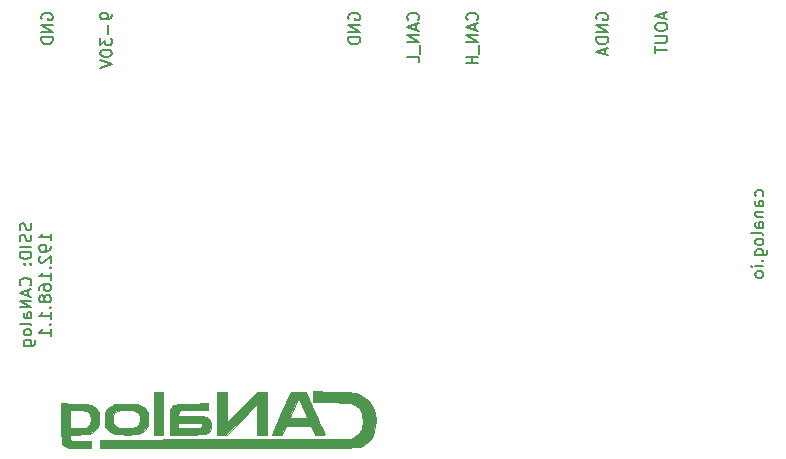
<source format=gbr>
%TF.GenerationSoftware,KiCad,Pcbnew,5.1.10*%
%TF.CreationDate,2021-05-04T20:33:21-04:00*%
%TF.ProjectId,CANalog,43414e61-6c6f-4672-9e6b-696361645f70,rev?*%
%TF.SameCoordinates,PX5b8d800PY848f8c0*%
%TF.FileFunction,Legend,Bot*%
%TF.FilePolarity,Positive*%
%FSLAX46Y46*%
G04 Gerber Fmt 4.6, Leading zero omitted, Abs format (unit mm)*
G04 Created by KiCad (PCBNEW 5.1.10) date 2021-05-04 20:33:21*
%MOMM*%
%LPD*%
G01*
G04 APERTURE LIST*
%ADD10C,0.150000*%
%ADD11C,0.010000*%
G04 APERTURE END LIST*
D10*
X-63720239Y-24834523D02*
X-63672620Y-24977380D01*
X-63672620Y-25215476D01*
X-63720239Y-25310714D01*
X-63767858Y-25358333D01*
X-63863096Y-25405952D01*
X-63958334Y-25405952D01*
X-64053572Y-25358333D01*
X-64101191Y-25310714D01*
X-64148810Y-25215476D01*
X-64196429Y-25025000D01*
X-64244048Y-24929761D01*
X-64291667Y-24882142D01*
X-64386905Y-24834523D01*
X-64482143Y-24834523D01*
X-64577381Y-24882142D01*
X-64625000Y-24929761D01*
X-64672620Y-25025000D01*
X-64672620Y-25263095D01*
X-64625000Y-25405952D01*
X-63720239Y-25786904D02*
X-63672620Y-25929761D01*
X-63672620Y-26167857D01*
X-63720239Y-26263095D01*
X-63767858Y-26310714D01*
X-63863096Y-26358333D01*
X-63958334Y-26358333D01*
X-64053572Y-26310714D01*
X-64101191Y-26263095D01*
X-64148810Y-26167857D01*
X-64196429Y-25977380D01*
X-64244048Y-25882142D01*
X-64291667Y-25834523D01*
X-64386905Y-25786904D01*
X-64482143Y-25786904D01*
X-64577381Y-25834523D01*
X-64625000Y-25882142D01*
X-64672620Y-25977380D01*
X-64672620Y-26215476D01*
X-64625000Y-26358333D01*
X-63672620Y-26786904D02*
X-64672620Y-26786904D01*
X-63672620Y-27263095D02*
X-64672620Y-27263095D01*
X-64672620Y-27501190D01*
X-64625000Y-27644047D01*
X-64529762Y-27739285D01*
X-64434524Y-27786904D01*
X-64244048Y-27834523D01*
X-64101191Y-27834523D01*
X-63910715Y-27786904D01*
X-63815477Y-27739285D01*
X-63720239Y-27644047D01*
X-63672620Y-27501190D01*
X-63672620Y-27263095D01*
X-63767858Y-28263095D02*
X-63720239Y-28310714D01*
X-63672620Y-28263095D01*
X-63720239Y-28215476D01*
X-63767858Y-28263095D01*
X-63672620Y-28263095D01*
X-64291667Y-28263095D02*
X-64244048Y-28310714D01*
X-64196429Y-28263095D01*
X-64244048Y-28215476D01*
X-64291667Y-28263095D01*
X-64196429Y-28263095D01*
X-63767858Y-30072619D02*
X-63720239Y-30025000D01*
X-63672620Y-29882142D01*
X-63672620Y-29786904D01*
X-63720239Y-29644047D01*
X-63815477Y-29548809D01*
X-63910715Y-29501190D01*
X-64101191Y-29453571D01*
X-64244048Y-29453571D01*
X-64434524Y-29501190D01*
X-64529762Y-29548809D01*
X-64625000Y-29644047D01*
X-64672620Y-29786904D01*
X-64672620Y-29882142D01*
X-64625000Y-30025000D01*
X-64577381Y-30072619D01*
X-63958334Y-30453571D02*
X-63958334Y-30929761D01*
X-63672620Y-30358333D02*
X-64672620Y-30691666D01*
X-63672620Y-31025000D01*
X-63672620Y-31358333D02*
X-64672620Y-31358333D01*
X-63672620Y-31929761D01*
X-64672620Y-31929761D01*
X-63672620Y-32834523D02*
X-64196429Y-32834523D01*
X-64291667Y-32786904D01*
X-64339286Y-32691666D01*
X-64339286Y-32501190D01*
X-64291667Y-32405952D01*
X-63720239Y-32834523D02*
X-63672620Y-32739285D01*
X-63672620Y-32501190D01*
X-63720239Y-32405952D01*
X-63815477Y-32358333D01*
X-63910715Y-32358333D01*
X-64005953Y-32405952D01*
X-64053572Y-32501190D01*
X-64053572Y-32739285D01*
X-64101191Y-32834523D01*
X-63672620Y-33453571D02*
X-63720239Y-33358333D01*
X-63815477Y-33310714D01*
X-64672620Y-33310714D01*
X-63672620Y-33977380D02*
X-63720239Y-33882142D01*
X-63767858Y-33834523D01*
X-63863096Y-33786904D01*
X-64148810Y-33786904D01*
X-64244048Y-33834523D01*
X-64291667Y-33882142D01*
X-64339286Y-33977380D01*
X-64339286Y-34120238D01*
X-64291667Y-34215476D01*
X-64244048Y-34263095D01*
X-64148810Y-34310714D01*
X-63863096Y-34310714D01*
X-63767858Y-34263095D01*
X-63720239Y-34215476D01*
X-63672620Y-34120238D01*
X-63672620Y-33977380D01*
X-64339286Y-35167857D02*
X-63529762Y-35167857D01*
X-63434524Y-35120238D01*
X-63386905Y-35072619D01*
X-63339286Y-34977380D01*
X-63339286Y-34834523D01*
X-63386905Y-34739285D01*
X-63720239Y-35167857D02*
X-63672620Y-35072619D01*
X-63672620Y-34882142D01*
X-63720239Y-34786904D01*
X-63767858Y-34739285D01*
X-63863096Y-34691666D01*
X-64148810Y-34691666D01*
X-64244048Y-34739285D01*
X-64291667Y-34786904D01*
X-64339286Y-34882142D01*
X-64339286Y-35072619D01*
X-64291667Y-35167857D01*
X-62022620Y-26263095D02*
X-62022620Y-25691666D01*
X-62022620Y-25977380D02*
X-63022620Y-25977380D01*
X-62879762Y-25882142D01*
X-62784524Y-25786904D01*
X-62736905Y-25691666D01*
X-62022620Y-26739285D02*
X-62022620Y-26929761D01*
X-62070239Y-27025000D01*
X-62117858Y-27072619D01*
X-62260715Y-27167857D01*
X-62451191Y-27215476D01*
X-62832143Y-27215476D01*
X-62927381Y-27167857D01*
X-62975000Y-27120238D01*
X-63022620Y-27025000D01*
X-63022620Y-26834523D01*
X-62975000Y-26739285D01*
X-62927381Y-26691666D01*
X-62832143Y-26644047D01*
X-62594048Y-26644047D01*
X-62498810Y-26691666D01*
X-62451191Y-26739285D01*
X-62403572Y-26834523D01*
X-62403572Y-27025000D01*
X-62451191Y-27120238D01*
X-62498810Y-27167857D01*
X-62594048Y-27215476D01*
X-62927381Y-27596428D02*
X-62975000Y-27644047D01*
X-63022620Y-27739285D01*
X-63022620Y-27977380D01*
X-62975000Y-28072619D01*
X-62927381Y-28120238D01*
X-62832143Y-28167857D01*
X-62736905Y-28167857D01*
X-62594048Y-28120238D01*
X-62022620Y-27548809D01*
X-62022620Y-28167857D01*
X-62117858Y-28596428D02*
X-62070239Y-28644047D01*
X-62022620Y-28596428D01*
X-62070239Y-28548809D01*
X-62117858Y-28596428D01*
X-62022620Y-28596428D01*
X-62022620Y-29596428D02*
X-62022620Y-29025000D01*
X-62022620Y-29310714D02*
X-63022620Y-29310714D01*
X-62879762Y-29215476D01*
X-62784524Y-29120238D01*
X-62736905Y-29025000D01*
X-63022620Y-30453571D02*
X-63022620Y-30263095D01*
X-62975000Y-30167857D01*
X-62927381Y-30120238D01*
X-62784524Y-30025000D01*
X-62594048Y-29977380D01*
X-62213096Y-29977380D01*
X-62117858Y-30025000D01*
X-62070239Y-30072619D01*
X-62022620Y-30167857D01*
X-62022620Y-30358333D01*
X-62070239Y-30453571D01*
X-62117858Y-30501190D01*
X-62213096Y-30548809D01*
X-62451191Y-30548809D01*
X-62546429Y-30501190D01*
X-62594048Y-30453571D01*
X-62641667Y-30358333D01*
X-62641667Y-30167857D01*
X-62594048Y-30072619D01*
X-62546429Y-30025000D01*
X-62451191Y-29977380D01*
X-62594048Y-31120238D02*
X-62641667Y-31025000D01*
X-62689286Y-30977380D01*
X-62784524Y-30929761D01*
X-62832143Y-30929761D01*
X-62927381Y-30977380D01*
X-62975000Y-31025000D01*
X-63022620Y-31120238D01*
X-63022620Y-31310714D01*
X-62975000Y-31405952D01*
X-62927381Y-31453571D01*
X-62832143Y-31501190D01*
X-62784524Y-31501190D01*
X-62689286Y-31453571D01*
X-62641667Y-31405952D01*
X-62594048Y-31310714D01*
X-62594048Y-31120238D01*
X-62546429Y-31025000D01*
X-62498810Y-30977380D01*
X-62403572Y-30929761D01*
X-62213096Y-30929761D01*
X-62117858Y-30977380D01*
X-62070239Y-31025000D01*
X-62022620Y-31120238D01*
X-62022620Y-31310714D01*
X-62070239Y-31405952D01*
X-62117858Y-31453571D01*
X-62213096Y-31501190D01*
X-62403572Y-31501190D01*
X-62498810Y-31453571D01*
X-62546429Y-31405952D01*
X-62594048Y-31310714D01*
X-62117858Y-31929761D02*
X-62070239Y-31977380D01*
X-62022620Y-31929761D01*
X-62070239Y-31882142D01*
X-62117858Y-31929761D01*
X-62022620Y-31929761D01*
X-62022620Y-32929761D02*
X-62022620Y-32358333D01*
X-62022620Y-32644047D02*
X-63022620Y-32644047D01*
X-62879762Y-32548809D01*
X-62784524Y-32453571D01*
X-62736905Y-32358333D01*
X-62117858Y-33358333D02*
X-62070239Y-33405952D01*
X-62022620Y-33358333D01*
X-62070239Y-33310714D01*
X-62117858Y-33358333D01*
X-62022620Y-33358333D01*
X-62022620Y-34358333D02*
X-62022620Y-33786904D01*
X-62022620Y-34072619D02*
X-63022620Y-34072619D01*
X-62879762Y-33977380D01*
X-62784524Y-33882142D01*
X-62736905Y-33786904D01*
X-1770239Y-22510714D02*
X-1722620Y-22415476D01*
X-1722620Y-22225000D01*
X-1770239Y-22129761D01*
X-1817858Y-22082142D01*
X-1913096Y-22034523D01*
X-2198810Y-22034523D01*
X-2294048Y-22082142D01*
X-2341667Y-22129761D01*
X-2389286Y-22225000D01*
X-2389286Y-22415476D01*
X-2341667Y-22510714D01*
X-1722620Y-23367857D02*
X-2246429Y-23367857D01*
X-2341667Y-23320238D01*
X-2389286Y-23225000D01*
X-2389286Y-23034523D01*
X-2341667Y-22939285D01*
X-1770239Y-23367857D02*
X-1722620Y-23272619D01*
X-1722620Y-23034523D01*
X-1770239Y-22939285D01*
X-1865477Y-22891666D01*
X-1960715Y-22891666D01*
X-2055953Y-22939285D01*
X-2103572Y-23034523D01*
X-2103572Y-23272619D01*
X-2151191Y-23367857D01*
X-2389286Y-23844047D02*
X-1722620Y-23844047D01*
X-2294048Y-23844047D02*
X-2341667Y-23891666D01*
X-2389286Y-23986904D01*
X-2389286Y-24129761D01*
X-2341667Y-24225000D01*
X-2246429Y-24272619D01*
X-1722620Y-24272619D01*
X-1722620Y-25177380D02*
X-2246429Y-25177380D01*
X-2341667Y-25129761D01*
X-2389286Y-25034523D01*
X-2389286Y-24844047D01*
X-2341667Y-24748809D01*
X-1770239Y-25177380D02*
X-1722620Y-25082142D01*
X-1722620Y-24844047D01*
X-1770239Y-24748809D01*
X-1865477Y-24701190D01*
X-1960715Y-24701190D01*
X-2055953Y-24748809D01*
X-2103572Y-24844047D01*
X-2103572Y-25082142D01*
X-2151191Y-25177380D01*
X-1722620Y-25796428D02*
X-1770239Y-25701190D01*
X-1865477Y-25653571D01*
X-2722620Y-25653571D01*
X-1722620Y-26320238D02*
X-1770239Y-26225000D01*
X-1817858Y-26177380D01*
X-1913096Y-26129761D01*
X-2198810Y-26129761D01*
X-2294048Y-26177380D01*
X-2341667Y-26225000D01*
X-2389286Y-26320238D01*
X-2389286Y-26463095D01*
X-2341667Y-26558333D01*
X-2294048Y-26605952D01*
X-2198810Y-26653571D01*
X-1913096Y-26653571D01*
X-1817858Y-26605952D01*
X-1770239Y-26558333D01*
X-1722620Y-26463095D01*
X-1722620Y-26320238D01*
X-2389286Y-27510714D02*
X-1579762Y-27510714D01*
X-1484524Y-27463095D01*
X-1436905Y-27415476D01*
X-1389286Y-27320238D01*
X-1389286Y-27177380D01*
X-1436905Y-27082142D01*
X-1770239Y-27510714D02*
X-1722620Y-27415476D01*
X-1722620Y-27225000D01*
X-1770239Y-27129761D01*
X-1817858Y-27082142D01*
X-1913096Y-27034523D01*
X-2198810Y-27034523D01*
X-2294048Y-27082142D01*
X-2341667Y-27129761D01*
X-2389286Y-27225000D01*
X-2389286Y-27415476D01*
X-2341667Y-27510714D01*
X-1817858Y-27986904D02*
X-1770239Y-28034523D01*
X-1722620Y-27986904D01*
X-1770239Y-27939285D01*
X-1817858Y-27986904D01*
X-1722620Y-27986904D01*
X-1722620Y-28463095D02*
X-2389286Y-28463095D01*
X-2722620Y-28463095D02*
X-2675000Y-28415476D01*
X-2627381Y-28463095D01*
X-2675000Y-28510714D01*
X-2722620Y-28463095D01*
X-2627381Y-28463095D01*
X-1722620Y-29082142D02*
X-1770239Y-28986904D01*
X-1817858Y-28939285D01*
X-1913096Y-28891666D01*
X-2198810Y-28891666D01*
X-2294048Y-28939285D01*
X-2341667Y-28986904D01*
X-2389286Y-29082142D01*
X-2389286Y-29225000D01*
X-2341667Y-29320238D01*
X-2294048Y-29367857D01*
X-2198810Y-29415476D01*
X-1913096Y-29415476D01*
X-1817858Y-29367857D01*
X-1770239Y-29320238D01*
X-1722620Y-29225000D01*
X-1722620Y-29082142D01*
X-10133334Y-6987976D02*
X-10133334Y-7464166D01*
X-9847620Y-6892738D02*
X-10847620Y-7226071D01*
X-9847620Y-7559404D01*
X-10847620Y-8083214D02*
X-10847620Y-8273690D01*
X-10800000Y-8368928D01*
X-10704762Y-8464166D01*
X-10514286Y-8511785D01*
X-10180953Y-8511785D01*
X-9990477Y-8464166D01*
X-9895239Y-8368928D01*
X-9847620Y-8273690D01*
X-9847620Y-8083214D01*
X-9895239Y-7987976D01*
X-9990477Y-7892738D01*
X-10180953Y-7845119D01*
X-10514286Y-7845119D01*
X-10704762Y-7892738D01*
X-10800000Y-7987976D01*
X-10847620Y-8083214D01*
X-10847620Y-8940357D02*
X-10038096Y-8940357D01*
X-9942858Y-8987976D01*
X-9895239Y-9035595D01*
X-9847620Y-9130833D01*
X-9847620Y-9321309D01*
X-9895239Y-9416547D01*
X-9942858Y-9464166D01*
X-10038096Y-9511785D01*
X-10847620Y-9511785D01*
X-10847620Y-9845119D02*
X-10847620Y-10416547D01*
X-9847620Y-10130833D02*
X-10847620Y-10130833D01*
X-15800000Y-7559404D02*
X-15847620Y-7464166D01*
X-15847620Y-7321309D01*
X-15800000Y-7178452D01*
X-15704762Y-7083214D01*
X-15609524Y-7035595D01*
X-15419048Y-6987976D01*
X-15276191Y-6987976D01*
X-15085715Y-7035595D01*
X-14990477Y-7083214D01*
X-14895239Y-7178452D01*
X-14847620Y-7321309D01*
X-14847620Y-7416547D01*
X-14895239Y-7559404D01*
X-14942858Y-7607023D01*
X-15276191Y-7607023D01*
X-15276191Y-7416547D01*
X-14847620Y-8035595D02*
X-15847620Y-8035595D01*
X-14847620Y-8607023D01*
X-15847620Y-8607023D01*
X-14847620Y-9083214D02*
X-15847620Y-9083214D01*
X-15847620Y-9321309D01*
X-15800000Y-9464166D01*
X-15704762Y-9559404D01*
X-15609524Y-9607023D01*
X-15419048Y-9654642D01*
X-15276191Y-9654642D01*
X-15085715Y-9607023D01*
X-14990477Y-9559404D01*
X-14895239Y-9464166D01*
X-14847620Y-9321309D01*
X-14847620Y-9083214D01*
X-15133334Y-10035595D02*
X-15133334Y-10511785D01*
X-14847620Y-9940357D02*
X-15847620Y-10273690D01*
X-14847620Y-10607023D01*
X-25942858Y-7607023D02*
X-25895239Y-7559404D01*
X-25847620Y-7416547D01*
X-25847620Y-7321309D01*
X-25895239Y-7178452D01*
X-25990477Y-7083214D01*
X-26085715Y-7035595D01*
X-26276191Y-6987976D01*
X-26419048Y-6987976D01*
X-26609524Y-7035595D01*
X-26704762Y-7083214D01*
X-26800000Y-7178452D01*
X-26847620Y-7321309D01*
X-26847620Y-7416547D01*
X-26800000Y-7559404D01*
X-26752381Y-7607023D01*
X-26133334Y-7987976D02*
X-26133334Y-8464166D01*
X-25847620Y-7892738D02*
X-26847620Y-8226071D01*
X-25847620Y-8559404D01*
X-25847620Y-8892738D02*
X-26847620Y-8892738D01*
X-25847620Y-9464166D01*
X-26847620Y-9464166D01*
X-25752381Y-9702261D02*
X-25752381Y-10464166D01*
X-25847620Y-10702261D02*
X-26847620Y-10702261D01*
X-26371429Y-10702261D02*
X-26371429Y-11273690D01*
X-25847620Y-11273690D02*
X-26847620Y-11273690D01*
X-30942858Y-7607023D02*
X-30895239Y-7559404D01*
X-30847620Y-7416547D01*
X-30847620Y-7321309D01*
X-30895239Y-7178452D01*
X-30990477Y-7083214D01*
X-31085715Y-7035595D01*
X-31276191Y-6987976D01*
X-31419048Y-6987976D01*
X-31609524Y-7035595D01*
X-31704762Y-7083214D01*
X-31800000Y-7178452D01*
X-31847620Y-7321309D01*
X-31847620Y-7416547D01*
X-31800000Y-7559404D01*
X-31752381Y-7607023D01*
X-31133334Y-7987976D02*
X-31133334Y-8464166D01*
X-30847620Y-7892738D02*
X-31847620Y-8226071D01*
X-30847620Y-8559404D01*
X-30847620Y-8892738D02*
X-31847620Y-8892738D01*
X-30847620Y-9464166D01*
X-31847620Y-9464166D01*
X-30752381Y-9702261D02*
X-30752381Y-10464166D01*
X-30847620Y-11178452D02*
X-30847620Y-10702261D01*
X-31847620Y-10702261D01*
X-36800000Y-7559404D02*
X-36847620Y-7464166D01*
X-36847620Y-7321309D01*
X-36800000Y-7178452D01*
X-36704762Y-7083214D01*
X-36609524Y-7035595D01*
X-36419048Y-6987976D01*
X-36276191Y-6987976D01*
X-36085715Y-7035595D01*
X-35990477Y-7083214D01*
X-35895239Y-7178452D01*
X-35847620Y-7321309D01*
X-35847620Y-7416547D01*
X-35895239Y-7559404D01*
X-35942858Y-7607023D01*
X-36276191Y-7607023D01*
X-36276191Y-7416547D01*
X-35847620Y-8035595D02*
X-36847620Y-8035595D01*
X-35847620Y-8607023D01*
X-36847620Y-8607023D01*
X-35847620Y-9083214D02*
X-36847620Y-9083214D01*
X-36847620Y-9321309D01*
X-36800000Y-9464166D01*
X-36704762Y-9559404D01*
X-36609524Y-9607023D01*
X-36419048Y-9654642D01*
X-36276191Y-9654642D01*
X-36085715Y-9607023D01*
X-35990477Y-9559404D01*
X-35895239Y-9464166D01*
X-35847620Y-9321309D01*
X-35847620Y-9083214D01*
X-56847620Y-7083214D02*
X-56847620Y-7273690D01*
X-56895239Y-7368928D01*
X-56942858Y-7416547D01*
X-57085715Y-7511785D01*
X-57276191Y-7559404D01*
X-57657143Y-7559404D01*
X-57752381Y-7511785D01*
X-57800000Y-7464166D01*
X-57847620Y-7368928D01*
X-57847620Y-7178452D01*
X-57800000Y-7083214D01*
X-57752381Y-7035595D01*
X-57657143Y-6987976D01*
X-57419048Y-6987976D01*
X-57323810Y-7035595D01*
X-57276191Y-7083214D01*
X-57228572Y-7178452D01*
X-57228572Y-7368928D01*
X-57276191Y-7464166D01*
X-57323810Y-7511785D01*
X-57419048Y-7559404D01*
X-57228572Y-7987976D02*
X-57228572Y-8749880D01*
X-57847620Y-9130833D02*
X-57847620Y-9749880D01*
X-57466667Y-9416547D01*
X-57466667Y-9559404D01*
X-57419048Y-9654642D01*
X-57371429Y-9702261D01*
X-57276191Y-9749880D01*
X-57038096Y-9749880D01*
X-56942858Y-9702261D01*
X-56895239Y-9654642D01*
X-56847620Y-9559404D01*
X-56847620Y-9273690D01*
X-56895239Y-9178452D01*
X-56942858Y-9130833D01*
X-57847620Y-10368928D02*
X-57847620Y-10464166D01*
X-57800000Y-10559404D01*
X-57752381Y-10607023D01*
X-57657143Y-10654642D01*
X-57466667Y-10702261D01*
X-57228572Y-10702261D01*
X-57038096Y-10654642D01*
X-56942858Y-10607023D01*
X-56895239Y-10559404D01*
X-56847620Y-10464166D01*
X-56847620Y-10368928D01*
X-56895239Y-10273690D01*
X-56942858Y-10226071D01*
X-57038096Y-10178452D01*
X-57228572Y-10130833D01*
X-57466667Y-10130833D01*
X-57657143Y-10178452D01*
X-57752381Y-10226071D01*
X-57800000Y-10273690D01*
X-57847620Y-10368928D01*
X-57847620Y-10987976D02*
X-56847620Y-11321309D01*
X-57847620Y-11654642D01*
X-62800000Y-7559404D02*
X-62847620Y-7464166D01*
X-62847620Y-7321309D01*
X-62800000Y-7178452D01*
X-62704762Y-7083214D01*
X-62609524Y-7035595D01*
X-62419048Y-6987976D01*
X-62276191Y-6987976D01*
X-62085715Y-7035595D01*
X-61990477Y-7083214D01*
X-61895239Y-7178452D01*
X-61847620Y-7321309D01*
X-61847620Y-7416547D01*
X-61895239Y-7559404D01*
X-61942858Y-7607023D01*
X-62276191Y-7607023D01*
X-62276191Y-7416547D01*
X-61847620Y-8035595D02*
X-62847620Y-8035595D01*
X-61847620Y-8607023D01*
X-62847620Y-8607023D01*
X-61847620Y-9083214D02*
X-62847620Y-9083214D01*
X-62847620Y-9321309D01*
X-62800000Y-9464166D01*
X-62704762Y-9559404D01*
X-62609524Y-9607023D01*
X-62419048Y-9654642D01*
X-62276191Y-9654642D01*
X-62085715Y-9607023D01*
X-61990477Y-9559404D01*
X-61895239Y-9464166D01*
X-61847620Y-9321309D01*
X-61847620Y-9083214D01*
D11*
%TO.C,G\u002A\u002A\u002A*%
G36*
X-39823600Y-39509839D02*
G01*
X-39823599Y-39968582D01*
X-38261500Y-39984591D01*
X-37820779Y-39989361D01*
X-37469198Y-39994258D01*
X-37194300Y-40000209D01*
X-36983626Y-40008142D01*
X-36824720Y-40018984D01*
X-36705124Y-40033663D01*
X-36612382Y-40053105D01*
X-36534034Y-40078239D01*
X-36457625Y-40109991D01*
X-36433865Y-40120654D01*
X-36176377Y-40275978D01*
X-35949172Y-40485152D01*
X-35777571Y-40721321D01*
X-35701266Y-40897695D01*
X-35655699Y-41138395D01*
X-35636265Y-41433517D01*
X-35642328Y-41743946D01*
X-35673258Y-42030569D01*
X-35722967Y-42239141D01*
X-35874217Y-42525315D01*
X-36109483Y-42773289D01*
X-36413762Y-42967625D01*
X-36445400Y-42982593D01*
X-36699400Y-43099400D01*
X-47278499Y-43112689D01*
X-57857599Y-43125978D01*
X-57857600Y-43480989D01*
X-57857600Y-43836000D01*
X-46973700Y-43830800D01*
X-45927508Y-43830129D01*
X-44907270Y-43829140D01*
X-43917722Y-43827851D01*
X-42963595Y-43826279D01*
X-42049624Y-43824444D01*
X-41180542Y-43822362D01*
X-40361082Y-43820053D01*
X-39595979Y-43817534D01*
X-38889966Y-43814824D01*
X-38247776Y-43811941D01*
X-37674144Y-43808902D01*
X-37173802Y-43805726D01*
X-36751485Y-43802432D01*
X-36411925Y-43799037D01*
X-36159857Y-43795559D01*
X-36000014Y-43792016D01*
X-35937400Y-43788498D01*
X-35630230Y-43668218D01*
X-35318505Y-43453940D01*
X-35213253Y-43361791D01*
X-34953701Y-43082475D01*
X-34763710Y-42777835D01*
X-34632522Y-42425354D01*
X-34549383Y-42002515D01*
X-34543943Y-41960666D01*
X-34517989Y-41444131D01*
X-34569910Y-40956813D01*
X-34696137Y-40511085D01*
X-34893099Y-40119321D01*
X-35157227Y-39793892D01*
X-35173738Y-39778064D01*
X-35410069Y-39577302D01*
X-35653370Y-39424407D01*
X-35936028Y-39302188D01*
X-36259010Y-39201968D01*
X-36379666Y-39171374D01*
X-36502880Y-39146767D01*
X-36642052Y-39127273D01*
X-36810583Y-39112021D01*
X-37021870Y-39100137D01*
X-37289315Y-39090749D01*
X-37626316Y-39082986D01*
X-38046274Y-39075974D01*
X-38236100Y-39073245D01*
X-39823600Y-39051096D01*
X-39823600Y-39509839D01*
G37*
X-39823600Y-39509839D02*
X-39823599Y-39968582D01*
X-38261500Y-39984591D01*
X-37820779Y-39989361D01*
X-37469198Y-39994258D01*
X-37194300Y-40000209D01*
X-36983626Y-40008142D01*
X-36824720Y-40018984D01*
X-36705124Y-40033663D01*
X-36612382Y-40053105D01*
X-36534034Y-40078239D01*
X-36457625Y-40109991D01*
X-36433865Y-40120654D01*
X-36176377Y-40275978D01*
X-35949172Y-40485152D01*
X-35777571Y-40721321D01*
X-35701266Y-40897695D01*
X-35655699Y-41138395D01*
X-35636265Y-41433517D01*
X-35642328Y-41743946D01*
X-35673258Y-42030569D01*
X-35722967Y-42239141D01*
X-35874217Y-42525315D01*
X-36109483Y-42773289D01*
X-36413762Y-42967625D01*
X-36445400Y-42982593D01*
X-36699400Y-43099400D01*
X-47278499Y-43112689D01*
X-57857599Y-43125978D01*
X-57857600Y-43480989D01*
X-57857600Y-43836000D01*
X-46973700Y-43830800D01*
X-45927508Y-43830129D01*
X-44907270Y-43829140D01*
X-43917722Y-43827851D01*
X-42963595Y-43826279D01*
X-42049624Y-43824444D01*
X-41180542Y-43822362D01*
X-40361082Y-43820053D01*
X-39595979Y-43817534D01*
X-38889966Y-43814824D01*
X-38247776Y-43811941D01*
X-37674144Y-43808902D01*
X-37173802Y-43805726D01*
X-36751485Y-43802432D01*
X-36411925Y-43799037D01*
X-36159857Y-43795559D01*
X-36000014Y-43792016D01*
X-35937400Y-43788498D01*
X-35630230Y-43668218D01*
X-35318505Y-43453940D01*
X-35213253Y-43361791D01*
X-34953701Y-43082475D01*
X-34763710Y-42777835D01*
X-34632522Y-42425354D01*
X-34549383Y-42002515D01*
X-34543943Y-41960666D01*
X-34517989Y-41444131D01*
X-34569910Y-40956813D01*
X-34696137Y-40511085D01*
X-34893099Y-40119321D01*
X-35157227Y-39793892D01*
X-35173738Y-39778064D01*
X-35410069Y-39577302D01*
X-35653370Y-39424407D01*
X-35936028Y-39302188D01*
X-36259010Y-39201968D01*
X-36379666Y-39171374D01*
X-36502880Y-39146767D01*
X-36642052Y-39127273D01*
X-36810583Y-39112021D01*
X-37021870Y-39100137D01*
X-37289315Y-39090749D01*
X-37626316Y-39082986D01*
X-38046274Y-39075974D01*
X-38236100Y-39073245D01*
X-39823600Y-39051096D01*
X-39823600Y-39509839D01*
G36*
X-61148916Y-41719237D02*
G01*
X-61145087Y-42233797D01*
X-61139198Y-42656071D01*
X-61124581Y-42995271D01*
X-61094568Y-43260606D01*
X-61042492Y-43461287D01*
X-60961683Y-43606524D01*
X-60845476Y-43705527D01*
X-60687201Y-43767506D01*
X-60480190Y-43801672D01*
X-60217777Y-43817235D01*
X-59893293Y-43823405D01*
X-59622900Y-43827113D01*
X-58619600Y-43843626D01*
X-58619600Y-43277200D01*
X-59421096Y-43277200D01*
X-59769917Y-43274578D01*
X-60030023Y-43263784D01*
X-60214230Y-43240423D01*
X-60335354Y-43200099D01*
X-60406209Y-43138418D01*
X-60439612Y-43050984D01*
X-60448377Y-42933404D01*
X-60448400Y-42924896D01*
X-60448400Y-42730753D01*
X-59673700Y-42704470D01*
X-59385262Y-42691084D01*
X-59116552Y-42672070D01*
X-58891622Y-42649593D01*
X-58734523Y-42625822D01*
X-58695800Y-42616356D01*
X-58501118Y-42519579D01*
X-58300581Y-42359508D01*
X-58123119Y-42165296D01*
X-57997668Y-41966099D01*
X-57965219Y-41880200D01*
X-57921248Y-41620956D01*
X-57912132Y-41322579D01*
X-57912661Y-41316767D01*
X-58633104Y-41316767D01*
X-58642762Y-41577627D01*
X-58721879Y-41809447D01*
X-58863253Y-41993045D01*
X-59059680Y-42109239D01*
X-59104317Y-42122544D01*
X-59192252Y-42132836D01*
X-59357992Y-42142148D01*
X-59577742Y-42149453D01*
X-59826100Y-42153707D01*
X-60448400Y-42159600D01*
X-60448400Y-40625856D01*
X-59749900Y-40643711D01*
X-59420633Y-40656204D01*
X-59176473Y-40678593D01*
X-59000991Y-40717173D01*
X-58877756Y-40778243D01*
X-58790338Y-40868098D01*
X-58722309Y-40993035D01*
X-58700107Y-41046048D01*
X-58633104Y-41316767D01*
X-57912661Y-41316767D01*
X-57937979Y-41039108D01*
X-57963339Y-40922381D01*
X-58064695Y-40707620D01*
X-58235246Y-40495201D01*
X-58446342Y-40314830D01*
X-58660715Y-40199334D01*
X-58762821Y-40168472D01*
X-58891948Y-40144241D01*
X-59062594Y-40125477D01*
X-59289260Y-40111011D01*
X-59586443Y-40099678D01*
X-59968645Y-40090310D01*
X-60031316Y-40089059D01*
X-61163632Y-40066945D01*
X-61148916Y-41719237D01*
G37*
X-61148916Y-41719237D02*
X-61145087Y-42233797D01*
X-61139198Y-42656071D01*
X-61124581Y-42995271D01*
X-61094568Y-43260606D01*
X-61042492Y-43461287D01*
X-60961683Y-43606524D01*
X-60845476Y-43705527D01*
X-60687201Y-43767506D01*
X-60480190Y-43801672D01*
X-60217777Y-43817235D01*
X-59893293Y-43823405D01*
X-59622900Y-43827113D01*
X-58619600Y-43843626D01*
X-58619600Y-43277200D01*
X-59421096Y-43277200D01*
X-59769917Y-43274578D01*
X-60030023Y-43263784D01*
X-60214230Y-43240423D01*
X-60335354Y-43200099D01*
X-60406209Y-43138418D01*
X-60439612Y-43050984D01*
X-60448377Y-42933404D01*
X-60448400Y-42924896D01*
X-60448400Y-42730753D01*
X-59673700Y-42704470D01*
X-59385262Y-42691084D01*
X-59116552Y-42672070D01*
X-58891622Y-42649593D01*
X-58734523Y-42625822D01*
X-58695800Y-42616356D01*
X-58501118Y-42519579D01*
X-58300581Y-42359508D01*
X-58123119Y-42165296D01*
X-57997668Y-41966099D01*
X-57965219Y-41880200D01*
X-57921248Y-41620956D01*
X-57912132Y-41322579D01*
X-57912661Y-41316767D01*
X-58633104Y-41316767D01*
X-58642762Y-41577627D01*
X-58721879Y-41809447D01*
X-58863253Y-41993045D01*
X-59059680Y-42109239D01*
X-59104317Y-42122544D01*
X-59192252Y-42132836D01*
X-59357992Y-42142148D01*
X-59577742Y-42149453D01*
X-59826100Y-42153707D01*
X-60448400Y-42159600D01*
X-60448400Y-40625856D01*
X-59749900Y-40643711D01*
X-59420633Y-40656204D01*
X-59176473Y-40678593D01*
X-59000991Y-40717173D01*
X-58877756Y-40778243D01*
X-58790338Y-40868098D01*
X-58722309Y-40993035D01*
X-58700107Y-41046048D01*
X-58633104Y-41316767D01*
X-57912661Y-41316767D01*
X-57937979Y-41039108D01*
X-57963339Y-40922381D01*
X-58064695Y-40707620D01*
X-58235246Y-40495201D01*
X-58446342Y-40314830D01*
X-58660715Y-40199334D01*
X-58762821Y-40168472D01*
X-58891948Y-40144241D01*
X-59062594Y-40125477D01*
X-59289260Y-40111011D01*
X-59586443Y-40099678D01*
X-59968645Y-40090310D01*
X-60031316Y-40089059D01*
X-61163632Y-40066945D01*
X-61148916Y-41719237D01*
G36*
X-42501998Y-40889600D02*
G01*
X-43319404Y-42718400D01*
X-42462634Y-42718400D01*
X-42289007Y-42337400D01*
X-42115380Y-41956399D01*
X-41069807Y-41956400D01*
X-40024234Y-41956400D01*
X-39676980Y-42718400D01*
X-39267690Y-42718400D01*
X-39078176Y-42714043D01*
X-38935143Y-42702459D01*
X-38862567Y-42685878D01*
X-38858118Y-42680300D01*
X-38878095Y-42626934D01*
X-38935166Y-42491136D01*
X-39024843Y-42283174D01*
X-39142639Y-42013316D01*
X-39284068Y-41691833D01*
X-39444643Y-41328992D01*
X-39478358Y-41253200D01*
X-40340066Y-41253200D01*
X-40381736Y-41268205D01*
X-40507788Y-41280911D01*
X-40701012Y-41290310D01*
X-40944200Y-41295390D01*
X-41069401Y-41296000D01*
X-41370799Y-41294057D01*
X-41582083Y-41287560D01*
X-41714677Y-41275501D01*
X-41780005Y-41256874D01*
X-41790296Y-41232500D01*
X-41697693Y-41009122D01*
X-41589613Y-40761586D01*
X-41474151Y-40506904D01*
X-41359407Y-40262085D01*
X-41253476Y-40044141D01*
X-41164456Y-39870082D01*
X-41100445Y-39756920D01*
X-41070904Y-39721199D01*
X-41037056Y-39764845D01*
X-40970707Y-39884237D01*
X-40880119Y-40062058D01*
X-40773552Y-40280988D01*
X-40659269Y-40523710D01*
X-40545531Y-40772907D01*
X-40440600Y-41011259D01*
X-40352737Y-41221450D01*
X-40340066Y-41253200D01*
X-39478358Y-41253200D01*
X-39619878Y-40935063D01*
X-39657160Y-40851500D01*
X-40456483Y-39060800D01*
X-41684593Y-39060800D01*
X-42501998Y-40889600D01*
G37*
X-42501998Y-40889600D02*
X-43319404Y-42718400D01*
X-42462634Y-42718400D01*
X-42289007Y-42337400D01*
X-42115380Y-41956399D01*
X-41069807Y-41956400D01*
X-40024234Y-41956400D01*
X-39676980Y-42718400D01*
X-39267690Y-42718400D01*
X-39078176Y-42714043D01*
X-38935143Y-42702459D01*
X-38862567Y-42685878D01*
X-38858118Y-42680300D01*
X-38878095Y-42626934D01*
X-38935166Y-42491136D01*
X-39024843Y-42283174D01*
X-39142639Y-42013316D01*
X-39284068Y-41691833D01*
X-39444643Y-41328992D01*
X-39478358Y-41253200D01*
X-40340066Y-41253200D01*
X-40381736Y-41268205D01*
X-40507788Y-41280911D01*
X-40701012Y-41290310D01*
X-40944200Y-41295390D01*
X-41069401Y-41296000D01*
X-41370799Y-41294057D01*
X-41582083Y-41287560D01*
X-41714677Y-41275501D01*
X-41780005Y-41256874D01*
X-41790296Y-41232500D01*
X-41697693Y-41009122D01*
X-41589613Y-40761586D01*
X-41474151Y-40506904D01*
X-41359407Y-40262085D01*
X-41253476Y-40044141D01*
X-41164456Y-39870082D01*
X-41100445Y-39756920D01*
X-41070904Y-39721199D01*
X-41037056Y-39764845D01*
X-40970707Y-39884237D01*
X-40880119Y-40062058D01*
X-40773552Y-40280988D01*
X-40659269Y-40523710D01*
X-40545531Y-40772907D01*
X-40440600Y-41011259D01*
X-40352737Y-41221450D01*
X-40340066Y-41253200D01*
X-39478358Y-41253200D01*
X-39619878Y-40935063D01*
X-39657160Y-40851500D01*
X-40456483Y-39060800D01*
X-41684593Y-39060800D01*
X-42501998Y-40889600D01*
G36*
X-45838909Y-40394300D02*
G01*
X-47138291Y-41727800D01*
X-47138545Y-40394300D01*
X-47138800Y-39060800D01*
X-47951600Y-39060800D01*
X-47951600Y-42718400D01*
X-47152752Y-42718400D01*
X-44549692Y-40102200D01*
X-44548000Y-42718400D01*
X-43735200Y-42718400D01*
X-43735200Y-39060800D01*
X-44539526Y-39060800D01*
X-45838909Y-40394300D01*
G37*
X-45838909Y-40394300D02*
X-47138291Y-41727800D01*
X-47138545Y-40394300D01*
X-47138800Y-39060800D01*
X-47951600Y-39060800D01*
X-47951600Y-42718400D01*
X-47152752Y-42718400D01*
X-44549692Y-40102200D01*
X-44548000Y-42718400D01*
X-43735200Y-42718400D01*
X-43735200Y-39060800D01*
X-44539526Y-39060800D01*
X-45838909Y-40394300D01*
G36*
X-50125669Y-40085813D02*
G01*
X-50601428Y-40091082D01*
X-50985613Y-40099848D01*
X-51288130Y-40120507D01*
X-51518886Y-40161453D01*
X-51687789Y-40231081D01*
X-51804745Y-40337786D01*
X-51879662Y-40489962D01*
X-51922447Y-40696005D01*
X-51943007Y-40964308D01*
X-51951248Y-41303268D01*
X-51955713Y-41636493D01*
X-51972027Y-42718400D01*
X-50558713Y-42713818D01*
X-50180334Y-42710823D01*
X-49827179Y-42704690D01*
X-49514396Y-42695943D01*
X-49257131Y-42685109D01*
X-49070531Y-42672710D01*
X-48969742Y-42659273D01*
X-48967600Y-42658690D01*
X-48728926Y-42545276D01*
X-48564443Y-42363130D01*
X-48475818Y-42114675D01*
X-48463400Y-41965517D01*
X-49224334Y-41965517D01*
X-49238275Y-42037044D01*
X-49284621Y-42088460D01*
X-49375539Y-42123068D01*
X-49523199Y-42144176D01*
X-49739771Y-42155089D01*
X-50037422Y-42159112D01*
X-50294620Y-42159600D01*
X-51253600Y-42159600D01*
X-51253600Y-41700252D01*
X-49247000Y-41727800D01*
X-49230629Y-41870571D01*
X-49224334Y-41965517D01*
X-48463400Y-41965517D01*
X-48459678Y-41920822D01*
X-48499148Y-41639741D01*
X-48612196Y-41411079D01*
X-48791070Y-41249783D01*
X-48814407Y-41236808D01*
X-48882943Y-41205990D01*
X-48965486Y-41182720D01*
X-49076467Y-41165970D01*
X-49230318Y-41154712D01*
X-49441468Y-41147917D01*
X-49724349Y-41144556D01*
X-50093391Y-41143603D01*
X-50122507Y-41143600D01*
X-51253600Y-41143600D01*
X-51253600Y-40991200D01*
X-51219152Y-40842038D01*
X-51152000Y-40737200D01*
X-51113573Y-40704274D01*
X-51063861Y-40679332D01*
X-50989367Y-40661272D01*
X-50876591Y-40648991D01*
X-50712034Y-40641388D01*
X-50482199Y-40637360D01*
X-50173587Y-40635806D01*
X-49907400Y-40635599D01*
X-48764400Y-40635600D01*
X-48764400Y-40069427D01*
X-50125669Y-40085813D01*
G37*
X-50125669Y-40085813D02*
X-50601428Y-40091082D01*
X-50985613Y-40099848D01*
X-51288130Y-40120507D01*
X-51518886Y-40161453D01*
X-51687789Y-40231081D01*
X-51804745Y-40337786D01*
X-51879662Y-40489962D01*
X-51922447Y-40696005D01*
X-51943007Y-40964308D01*
X-51951248Y-41303268D01*
X-51955713Y-41636493D01*
X-51972027Y-42718400D01*
X-50558713Y-42713818D01*
X-50180334Y-42710823D01*
X-49827179Y-42704690D01*
X-49514396Y-42695943D01*
X-49257131Y-42685109D01*
X-49070531Y-42672710D01*
X-48969742Y-42659273D01*
X-48967600Y-42658690D01*
X-48728926Y-42545276D01*
X-48564443Y-42363130D01*
X-48475818Y-42114675D01*
X-48463400Y-41965517D01*
X-49224334Y-41965517D01*
X-49238275Y-42037044D01*
X-49284621Y-42088460D01*
X-49375539Y-42123068D01*
X-49523199Y-42144176D01*
X-49739771Y-42155089D01*
X-50037422Y-42159112D01*
X-50294620Y-42159600D01*
X-51253600Y-42159600D01*
X-51253600Y-41700252D01*
X-49247000Y-41727800D01*
X-49230629Y-41870571D01*
X-49224334Y-41965517D01*
X-48463400Y-41965517D01*
X-48459678Y-41920822D01*
X-48499148Y-41639741D01*
X-48612196Y-41411079D01*
X-48791070Y-41249783D01*
X-48814407Y-41236808D01*
X-48882943Y-41205990D01*
X-48965486Y-41182720D01*
X-49076467Y-41165970D01*
X-49230318Y-41154712D01*
X-49441468Y-41147917D01*
X-49724349Y-41144556D01*
X-50093391Y-41143603D01*
X-50122507Y-41143600D01*
X-51253600Y-41143600D01*
X-51253600Y-40991200D01*
X-51219152Y-40842038D01*
X-51152000Y-40737200D01*
X-51113573Y-40704274D01*
X-51063861Y-40679332D01*
X-50989367Y-40661272D01*
X-50876591Y-40648991D01*
X-50712034Y-40641388D01*
X-50482199Y-40637360D01*
X-50173587Y-40635806D01*
X-49907400Y-40635599D01*
X-48764400Y-40635600D01*
X-48764400Y-40069427D01*
X-50125669Y-40085813D01*
G36*
X-53285600Y-42718400D02*
G01*
X-52574400Y-42718400D01*
X-52574400Y-39060800D01*
X-53285600Y-39060800D01*
X-53285600Y-42718400D01*
G37*
X-53285600Y-42718400D02*
X-52574400Y-42718400D01*
X-52574400Y-39060800D01*
X-53285600Y-39060800D01*
X-53285600Y-42718400D01*
G36*
X-55883536Y-40086701D02*
G01*
X-56169500Y-40097214D01*
X-56377252Y-40110211D01*
X-56530170Y-40129743D01*
X-56651630Y-40159864D01*
X-56765009Y-40204627D01*
X-56875286Y-40258644D01*
X-57161290Y-40449978D01*
X-57322231Y-40627834D01*
X-57390541Y-40729980D01*
X-57435005Y-40820318D01*
X-57460731Y-40924315D01*
X-57472830Y-41067438D01*
X-57476408Y-41275152D01*
X-57476600Y-41397357D01*
X-57475142Y-41643089D01*
X-57467398Y-41812789D01*
X-57448311Y-41932018D01*
X-57412825Y-42026337D01*
X-57355883Y-42121307D01*
X-57324200Y-42167759D01*
X-57138419Y-42369315D01*
X-56877241Y-42535314D01*
X-56870038Y-42538930D01*
X-56750655Y-42596378D01*
X-56645689Y-42637372D01*
X-56534178Y-42665054D01*
X-56395156Y-42682570D01*
X-56207661Y-42693061D01*
X-55950728Y-42699671D01*
X-55777838Y-42702699D01*
X-55377795Y-42703321D01*
X-55045388Y-42691443D01*
X-54793877Y-42667701D01*
X-54699922Y-42650981D01*
X-54363270Y-42531502D01*
X-54089186Y-42342579D01*
X-53891461Y-42095401D01*
X-53831576Y-41977288D01*
X-53794650Y-41858397D01*
X-53775419Y-41708931D01*
X-53768619Y-41499091D01*
X-53768200Y-41397600D01*
X-54454000Y-41397600D01*
X-54477708Y-41555069D01*
X-54537403Y-41737879D01*
X-54568300Y-41805936D01*
X-54645569Y-41933644D01*
X-54740223Y-42026460D01*
X-54868845Y-42089770D01*
X-55048014Y-42128960D01*
X-55294312Y-42149418D01*
X-55624319Y-42156530D01*
X-55647800Y-42156653D01*
X-55934082Y-42154588D01*
X-56140623Y-42143766D01*
X-56289080Y-42121821D01*
X-56401111Y-42086385D01*
X-56435200Y-42070621D01*
X-56616145Y-41925843D01*
X-56737600Y-41711394D01*
X-56789470Y-41446384D01*
X-56790642Y-41397600D01*
X-56751626Y-41125885D01*
X-56641307Y-40901477D01*
X-56469778Y-40743486D01*
X-56435200Y-40724578D01*
X-56330703Y-40683946D01*
X-56197244Y-40657619D01*
X-56013164Y-40643231D01*
X-55756806Y-40638416D01*
X-55647800Y-40638546D01*
X-55312084Y-40645011D01*
X-55061100Y-40664490D01*
X-54878269Y-40702368D01*
X-54747008Y-40764033D01*
X-54650737Y-40854872D01*
X-54572875Y-40980271D01*
X-54568300Y-40989263D01*
X-54498807Y-41164755D01*
X-54458269Y-41340024D01*
X-54454000Y-41397600D01*
X-53768200Y-41397600D01*
X-53771609Y-41157568D01*
X-53785396Y-40989080D01*
X-53814895Y-40862204D01*
X-53865441Y-40747008D01*
X-53893115Y-40696855D01*
X-54042514Y-40492277D01*
X-54236132Y-40332525D01*
X-54483770Y-40214596D01*
X-54795228Y-40135486D01*
X-55180305Y-40092191D01*
X-55648801Y-40081705D01*
X-55883536Y-40086701D01*
G37*
X-55883536Y-40086701D02*
X-56169500Y-40097214D01*
X-56377252Y-40110211D01*
X-56530170Y-40129743D01*
X-56651630Y-40159864D01*
X-56765009Y-40204627D01*
X-56875286Y-40258644D01*
X-57161290Y-40449978D01*
X-57322231Y-40627834D01*
X-57390541Y-40729980D01*
X-57435005Y-40820318D01*
X-57460731Y-40924315D01*
X-57472830Y-41067438D01*
X-57476408Y-41275152D01*
X-57476600Y-41397357D01*
X-57475142Y-41643089D01*
X-57467398Y-41812789D01*
X-57448311Y-41932018D01*
X-57412825Y-42026337D01*
X-57355883Y-42121307D01*
X-57324200Y-42167759D01*
X-57138419Y-42369315D01*
X-56877241Y-42535314D01*
X-56870038Y-42538930D01*
X-56750655Y-42596378D01*
X-56645689Y-42637372D01*
X-56534178Y-42665054D01*
X-56395156Y-42682570D01*
X-56207661Y-42693061D01*
X-55950728Y-42699671D01*
X-55777838Y-42702699D01*
X-55377795Y-42703321D01*
X-55045388Y-42691443D01*
X-54793877Y-42667701D01*
X-54699922Y-42650981D01*
X-54363270Y-42531502D01*
X-54089186Y-42342579D01*
X-53891461Y-42095401D01*
X-53831576Y-41977288D01*
X-53794650Y-41858397D01*
X-53775419Y-41708931D01*
X-53768619Y-41499091D01*
X-53768200Y-41397600D01*
X-54454000Y-41397600D01*
X-54477708Y-41555069D01*
X-54537403Y-41737879D01*
X-54568300Y-41805936D01*
X-54645569Y-41933644D01*
X-54740223Y-42026460D01*
X-54868845Y-42089770D01*
X-55048014Y-42128960D01*
X-55294312Y-42149418D01*
X-55624319Y-42156530D01*
X-55647800Y-42156653D01*
X-55934082Y-42154588D01*
X-56140623Y-42143766D01*
X-56289080Y-42121821D01*
X-56401111Y-42086385D01*
X-56435200Y-42070621D01*
X-56616145Y-41925843D01*
X-56737600Y-41711394D01*
X-56789470Y-41446384D01*
X-56790642Y-41397600D01*
X-56751626Y-41125885D01*
X-56641307Y-40901477D01*
X-56469778Y-40743486D01*
X-56435200Y-40724578D01*
X-56330703Y-40683946D01*
X-56197244Y-40657619D01*
X-56013164Y-40643231D01*
X-55756806Y-40638416D01*
X-55647800Y-40638546D01*
X-55312084Y-40645011D01*
X-55061100Y-40664490D01*
X-54878269Y-40702368D01*
X-54747008Y-40764033D01*
X-54650737Y-40854872D01*
X-54572875Y-40980271D01*
X-54568300Y-40989263D01*
X-54498807Y-41164755D01*
X-54458269Y-41340024D01*
X-54454000Y-41397600D01*
X-53768200Y-41397600D01*
X-53771609Y-41157568D01*
X-53785396Y-40989080D01*
X-53814895Y-40862204D01*
X-53865441Y-40747008D01*
X-53893115Y-40696855D01*
X-54042514Y-40492277D01*
X-54236132Y-40332525D01*
X-54483770Y-40214596D01*
X-54795228Y-40135486D01*
X-55180305Y-40092191D01*
X-55648801Y-40081705D01*
X-55883536Y-40086701D01*
%TD*%
M02*

</source>
